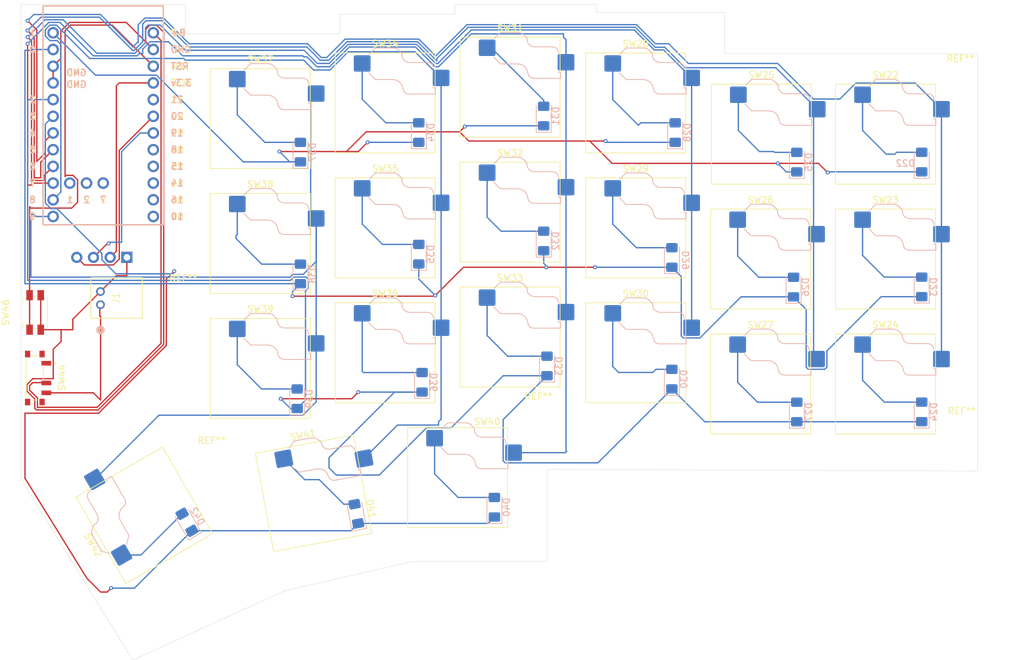
<source format=kicad_pcb>
(kicad_pcb (version 20241229) (generator "pcbnew") (generator_version "9.0")
  (layers (0 "F.Cu" signal) (2 "B.Cu" signal) (13 "F.Paste" user) (15 "B.Paste" user) (5 "F.SilkS" user "F.Silkscreen") (7 "B.SilkS" user "B.Silkscreen") (1 "F.Mask" user) (3 "B.Mask" user) (25 "Edge.Cuts" user))
  (net 0 "")
  (net 1 "R_Row0")
  (net 2 "Net-(D22-A)")
  (net 3 "R_Row1")
  (net 4 "Net-(D23-A)")
  (net 5 "R_Row2")
  (net 6 "Net-(D24-A)")
  (net 7 "Net-(D25-A)")
  (net 8 "Net-(D26-A)")
  (net 9 "Net-(D27-A)")
  (net 10 "Net-(D28-A)")
  (net 11 "Net-(D29-A)")
  (net 12 "Net-(D30-A)")
  (net 13 "Net-(D31-A)")
  (net 14 "Net-(D32-A)")
  (net 15 "Net-(D33-A)")
  (net 16 "Net-(D34-A)")
  (net 17 "Net-(D35-A)")
  (net 18 "Net-(D36-A)")
  (net 19 "Net-(D37-A)")
  (net 20 "Net-(D38-A)")
  (net 21 "Net-(D39-A)")
  (net 22 "Net-(D40-A)")
  (net 23 "Net-(D41-A)")
  (net 24 "Net-(D42-A)")
  (net 25 "R_BATTERY_POSITIVE")
  (net 26 "R_Col0")
  (net 27 "R_Col1")
  (net 28 "R_Col 2")
  (net 29 "R_Col3")
  (net 30 "R_Col4")
  (net 31 "R_Col5")
  (net 32 "R_GND")
  (net 33 "Net-(U2-RST)")
  (net 34 "R_POWER_3.3V")
  (net 37 "Net-(SW44-B)")
  (net 38 "R_SDA")
  (net 39 "R_SCL")
  (net 48 "R_Row3")
  (footprint "ScottoKeebs_Hotswap:Hotswap_Choc_V1_1.00u" (layer "F.Cu") (at 309.311362 70.362997)
    (property "Reference" "SW25")
    (property "Value" "SW_Push")
  )
  (footprint "ScottoKeebs_Hotswap:Hotswap_Choc_V1_1.00u" (layer "F.Cu") (at 215.455682 128.336861 120)
    (property "Reference" "SW42")
    (property "Value" "SW_Push")
  )
  (footprint "ScottoKeebs_Hotswap:Hotswap_Choc_V1_1.00u" (layer "F.Cu") (at 271.1 101.219003)
    (property "Reference" "SW33")
    (property "Value" "SW_Push")
  )
  (footprint "ScottoKeebs_Hotswap:Hotswap_Choc_V1_1.00u" (layer "F.Cu") (at 271.1 63.219003)
    (property "Reference" "SW31")
    (property "Value" "SW_Push")
  )
  (footprint "ScottoKeebs_Hotswap:Hotswap_Choc_V1_1.00u" (layer "F.Cu") (at 233.1 105.981)
    (property "Reference" "SW39")
    (property "Value" "SW_Push")
  )
  (footprint "ScottoKeebs_Hotswap:Hotswap_Choc_V1_1.00u" (layer "F.Cu") (at 290.205681 65.6)
    (property "Reference" "SW28")
    (property "Value" "SW_Push")
  )
  (footprint "MountingHole:MountingHole_2.2mm_M2" (layer "F.Cu") (at 221.4 95.4)
    (property "Reference" "REF**")
    (property "Value" "MountingHole_2.2mm_M2")
  )
  (footprint "MountingHole:MountingHole_2.2mm_M2" (layer "F.Cu") (at 225.705681 120.1)
    (property "Reference" "REF**")
    (property "Value" "MountingHole_2.2mm_M2")
  )
  (footprint "JST:CONN_S2B-PH-K-S_JST" (layer "F.Cu") (at 208.788281 96.2951 90)
    (property "Reference" "J1")
    (property "Value" "S2B-PH-K-SLFSN")
  )
  (footprint "ScottoKeebs_Hotswap:Hotswap_Choc_V1_1.00u" (layer "F.Cu") (at 328.205681 89.362997)
    (property "Reference" "SW23")
    (property "Value" "SW_Push")
  )
  (footprint "ScottoKeebs_Hotswap:Hotswap_Choc_V1_1.00u" (layer "F.Cu") (at 252.1 103.6)
    (property "Reference" "SW36")
    (property "Value" "SW_Push")
  )
  (footprint "ScottoKeebs_MCU:Nice_Nano_V2" (layer "F.Cu") (at 209.205681 68.63)
    (property "Reference" "U2" (hide yes))
    (property "Value" "Nice_Nano_V2" (hide yes))
  )
  (footprint "ScottoKeebs_Hotswap:Hotswap_Choc_V1_1.00u" (layer "F.Cu") (at 252.1 65.6)
    (property "Reference" "SW34")
    (property "Value" "SW_Push")
  )
  (footprint "MountingHole:MountingHole_2.2mm_M2" (layer "F.Cu") (at 339.8 115.613)
    (property "Reference" "REF**")
    (property "Value" "MountingHole_2.2mm_M2")
  )
  (footprint "ScottoKeebs_Hotswap:Hotswap_Choc_V1_1.00u" (layer "F.Cu") (at 252.1 84.6)
    (property "Reference" "SW35")
    (property "Value" "SW_Push")
  )
  (footprint "ScottoKeebs_Hotswap:Hotswap_Choc_V1_1.00u" (layer "F.Cu") (at 328.205681 108.363)
    (property "Reference" "SW24")
    (property "Value" "SW_Push")
  )
  (footprint "ScottoKeebs_Components:OLED_128x32" (layer "F.Cu") (at 203.005681 90.7 90)
    (property "Reference" "J4" (hide yes))
    (property "Value" "OLED_128x32")
  )
  (footprint "MountingHole:MountingHole_2.2mm_M2" (layer "F.Cu") (at 339.6 62)
    (property "Reference" "REF**")
    (property "Value" "MountingHole_2.2mm_M2")
  )
  (footprint "ScottoKeebs_Hotswap:Hotswap_Choc_V1_1.00u" (layer "F.Cu") (at 290.205681 103.6)
    (property "Reference" "SW30")
    (property "Value" "SW_Push")
  )
  (footprint "ScottoKeebs_Hotswap:Hotswap_Choc_V1_1.00u" (layer "F.Cu") (at 271.1 82.219003)
    (property "Reference" "SW32")
    (property "Value" "SW_Push")
  )
  (footprint "ScottoKeebs_Hotswap:Hotswap_Choc_V1_1.00u" (layer "F.Cu") (at 309.205681 89.362997)
    (property "Reference" "SW26")
    (property "Value" "SW_Push")
  )
  (footprint "ScottoKeebs_Hotswap:Hotswap_Choc_V1_1.00u" (layer "F.Cu") (at 309.205681 108.363)
    (property "Reference" "SW27")
    (property "Value" "SW_Push")
  )
  (footprint "ScottoKeebs_Hotswap:Hotswap_Choc_V1_1.00u" (layer "F.Cu") (at 233.1 86.981)
    (property "Reference" "SW38")
    (property "Value" "SW_Push")
  )
  (footprint "ScottoKeebs_Hotswap:Hotswap_Choc_V1_1.00u" (layer "F.Cu") (at 263.113583 122.6)
    (property "Reference" "SW40")
    (property "Value" "SW_Push")
  )
  (footprint "ScottoKeebs_Hotswap:Hotswap_Choc_V1_1.00u" (layer "F.Cu") (at 290.205681 84.6)
    (property "Reference" "SW29")
    (property "Value" "SW_Push")
  )
  (footprint "MountingHole:MountingHole_2.2mm_M2" (layer "F.Cu") (at 275.4 113.4)
    (property "Reference" "REF**")
    (property "Value" "MountingHole_2.2mm_M2")
  )
  (footprint "ScottoKeebs_Hotswap:Hotswap_Choc_V1_1.00u" (layer "F.Cu") (at 328.205681 70.362997)
    (property "Reference" "SW22")
    (property "Value" "SW_Push")
  )
  (footprint "ScottoKeebs_Hotswap:Hotswap_Choc_V1_1.00u" (layer "F.Cu") (at 233.1 67.981)
    (property "Reference" "SW37")
    (property "Value" "SW_Push")
  )
  (footprint "Button_Switch_SMD:Panasonic_EVQPUJ_EVQPUA" (layer "F.Cu") (at 198.855681 97.475 90)
    (property "Reference" "SW46")
    (property "Value" "SW_Push")
  )
  (footprint "SW_SSSS811101:SW_SSSS811101" (layer "F.Cu") (at 198.805681 107.45 -90)
    (property "Reference" "SW44")
    (property "Value" "SW_SPDT")
  )
  (footprint "ScottoKeebs_Hotswap:Hotswap_Choc_V1_1.00u" (layer "F.Cu") (at 241.205681 124.981 10.5)
    (property "Reference" "SW41")
    (property "Value" "SW_Push")
  )
  (footprint "Diode_SMD:D_1206_3216Metric_Pad1.42x1.75mm_HandSolder" (layer "B.Cu") (at 238.705681 110.6 90)
    (property "Reference" "D39")
    (property "Value" "D")
  )
  (footprint "Diode_SMD:D_1206_3216Metric_Pad1.42x1.75mm_HandSolder" (layer "B.Cu") (at 333.705681 93.5875 90)
    (property "Reference" "D23")
    (property "Value" "D")
  )
  (footprint "Diode_SMD:D_1206_3216Metric_Pad1.42x1.75mm_HandSolder" (layer "B.Cu") (at 276.205681 67.6 90)
    (property "Reference" "D31")
    (property "Value" "D")
  )
  (footprint "Diode_SMD:D_1206_3216Metric_Pad1.42x1.75mm_HandSolder" (layer "B.Cu") (at 239.205681 73.0875 90)
    (property "Reference" "D37")
    (property "Value" "D")
  )
  (footprint "Diode_SMD:D_1206_3216Metric_Pad1.42x1.75mm_HandSolder" (layer "B.Cu") (at 268.705681 127.1 90)
    (property "Reference" "D40")
    (property "Value" "D")
  )
  (footprint "Diode_SMD:D_1206_3216Metric_Pad1.42x1.75mm_HandSolder" (layer "B.Cu") (at 276.705681 105.6125 90)
    (property "Reference" "D33")
    (property "Value" "D")
  )
  (footprint "Diode_SMD:D_1206_3216Metric_Pad1.42x1.75mm_HandSolder" (layer "B.Cu") (at 314.705681 74.6125 90)
    (property "Reference" "D25")
    (property "Value" "D")
  )
  (footprint "Diode_SMD:D_1206_3216Metric_Pad1.42x1.75mm_HandSolder" (layer "B.Cu") (at 276.205681 86.6 90)
    (property "Reference" "D32")
    (property "Value" "D")
  )
  (footprint "Diode_SMD:D_1206_3216Metric_Pad1.42x1.75mm_HandSolder" (layer "B.Cu") (at 247.705681 128.1 100.5)
    (property "Reference" "D41")
    (property "Value" "D")
  )
  (footprint "Diode_SMD:D_1206_3216Metric_Pad1.42x1.75mm_HandSolder" (layer "B.Cu") (at 295.705681 107.6125 90)
    (property "Reference" "D30")
    (property "Value" "D")
  )
  (footprint "Diode_SMD:D_1206_3216Metric_Pad1.42x1.75mm_HandSolder" (layer "B.Cu") (at 239.205681 91.6125 90)
    (property "Reference" "D38")
    (property "Value" "D")
  )
  (footprint "Diode_SMD:D_1206_3216Metric_Pad1.42x1.75mm_HandSolder" (layer "B.Cu") (at 257.705681 108.1 90)
    (property "Reference" "D36")
    (property "Value" "D")
  )
  (footprint "Diode_SMD:D_1206_3216Metric_Pad1.42x1.75mm_HandSolder" (layer "B.Cu") (at 221.949431 129.388213 120)
    (property "Reference" "D42")
    (property "Value" "D")
  )
  (footprint "Diode_SMD:D_1206_3216Metric_Pad1.42x1.75mm_HandSolder" (layer "B.Cu") (at 333.705681 112.6 90)
    (property "Reference" "D24")
    (property "Value" "D")
  )
  (footprint "Diode_SMD:D_1206_3216Metric_Pad1.42x1.75mm_HandSolder" (layer "B.Cu") (at 257.205681 88.6125 90)
    (property "Reference" "D35")
    (property "Value" "D")
  )
  (footprint "Diode_SMD:D_1206_3216Metric_Pad1.42x1.75mm_HandSolder" (layer "B.Cu") (at 314.205681 93.6125 90)
    (property "Reference" "D26")
    (property "Value" "D")
  )
  (footprint "Diode_SMD:D_1206_3216Metric_Pad1.42x1.75mm_HandSolder" (layer "B.Cu") (at 296.205681 70.1125 90)
    (property "Reference" "D28")
    (property "Value" "D")
  )
  (footprint "Diode_SMD:D_1206_3216Metric_Pad1.42x1.75mm_HandSolder" (layer "B.Cu") (at 333.705681 74.6 90)
    (property "Reference" "D22")
    (property "Value" "D")
  )
  (footprint "Diode_SMD:D_1206_3216Metric_Pad1.42x1.75mm_HandSolder" (layer "B.Cu") (at 314.705681 112.6125 90)
    (property "Reference" "D27")
    (property "Value" "D")
  )
  (footprint "Diode_SMD:D_1206_3216Metric_Pad1.42x1.75mm_HandSolder" (layer "B.Cu") (at 295.705681 89.1125 90)
    (property "Reference" "D29")
    (property "Value" "D")
  )
  (footprint "Diode_SMD:D_1206_3216Metric_Pad1.42x1.75mm_HandSolder" (layer "B.Cu") (at 257.205681 70.1125 90)
    (property "Reference" "D34")
    (property "Value" "D")
  )
  (gr_line (start 256.205681 135.35) (end 236.705681 139.85) (stroke (width 0.05)) (layer "Edge.Cuts"))
  (gr_line (start 196.705681 122.85) (end 196.705681 50.6) (stroke (width 0.05)) (layer "Edge.Cuts"))
  (gr_line (start 262.705681 52.1) (end 262.705681 50.6) (stroke (width 0.05)) (layer "Edge.Cuts"))
  (gr_line (start 303.705681 58.1) (end 303.705681 51.85) (stroke (width 0.05)) (layer "Edge.Cuts"))
  (gr_line (start 276.705681 121.35) (end 276.705681 135.35) (stroke (width 0.05)) (layer "Edge.Cuts"))
  (gr_line (start 221.705681 55.1) (end 245.205681 55.1) (stroke (width 0.05)) (layer "Edge.Cuts"))
  (gr_line (start 196.705681 50.6) (end 221.705681 50.6) (stroke (width 0.05)) (layer "Edge.Cuts"))
  (gr_line (start 245.205681 52.1) (end 262.705681 52.1) (stroke (width 0.05)) (layer "Edge.Cuts"))
  (gr_line (start 284.205681 51.85) (end 284.205681 50.6) (stroke (width 0.05)) (layer "Edge.Cuts"))
  (gr_line (start 245.205681 55.1) (end 245.205681 52.1) (stroke (width 0.05)) (layer "Edge.Cuts"))
  (gr_line (start 342.205681 121.6) (end 276.705681 121.35) (stroke (width 0.05)) (layer "Edge.Cuts"))
  (gr_line (start 342.205681 121.6) (end 342.205681 58.1) (stroke (width 0.05)) (layer "Edge.Cuts"))
  (gr_line (start 213.705681 150.35) (end 196.705681 122.85) (stroke (width 0.05)) (layer "Edge.Cuts"))
  (gr_line (start 276.705681 135.35) (end 256.205681 135.35) (stroke (width 0.05)) (layer "Edge.Cuts"))
  (gr_line (start 221.705681 50.6) (end 221.705681 55.1) (stroke (width 0.05)) (layer "Edge.Cuts"))
  (gr_line (start 303.705681 58.1) (end 342.205681 58.1) (stroke (width 0.05)) (layer "Edge.Cuts"))
  (gr_line (start 262.705681 50.6) (end 284.205681 50.6) (stroke (width 0.05)) (layer "Edge.Cuts"))
  (gr_line (start 284.205681 51.85) (end 303.705681 51.85) (stroke (width 0.05)) (layer "Edge.Cuts"))
  (gr_line (start 236.705681 139.85) (end 213.705681 150.35) (stroke (width 0.05)) (layer "Edge.Cuts"))
  (segment (start 248.005681 73) (end 246.205681 73) (width 0.2) (layer "F.Cu") (net 1))
  (segment (start 283.205681 71.4) (end 264.805681 71.4) (width 0.2) (layer "F.Cu") (net 1))
  (segment (start 318.005681 74.8) (end 311.805681 74.8) (width 0.2) (layer "F.Cu") (net 1))
  (segment (start 319.405681 76.2) (end 318.005681 74.8) (width 0.2) (layer "F.Cu") (net 1))
  (segment (start 286.605681 74.8) (end 283.205681 71.4) (width 0.2) (layer "F.Cu") (net 1))
  (segment (start 264.805681 71.4) (end 263.405681 70) (width 0.2) (layer "F.Cu") (net 1))
  (segment (start 263.405681 70) (end 249.205681 70) (width 0.2) (layer "F.Cu") (net 1))
  (segment (start 264.205681 69.2) (end 263.405681 70) (width 0.2) (layer "F.Cu") (net 1))
  (segment (start 246.205681 73) (end 236.005681 73) (width 0.2) (layer "F.Cu") (net 1))
  (segment (start 249.405681 71.6) (end 248.005681 73) (width 0.2) (layer "F.Cu") (net 1))
  (segment (start 285.605681 71.4) (end 283.205681 71.4) (width 0.2) (layer "F.Cu") (net 1))
  (segment (start 311.805681 74.8) (end 286.605681 74.8) (width 0.2) (layer "F.Cu") (net 1))
  (segment (start 249.205681 70) (end 246.205681 73) (width 0.2) (layer "F.Cu") (net 1))
  (via (at 236.005681 73) (size 0.6) (drill 0.3) (layers "F.Cu" "B.Cu") (net 1))
  (via (at 311.805681 74.8) (size 0.6) (drill 0.3) (layers "F.Cu" "B.Cu") (net 1))
  (via (at 285.605681 71.4) (size 0.6) (drill 0.3) (layers "F.Cu" "B.Cu") (net 1))
  (via (at 249.405681 71.6) (size 0.6) (drill 0.3) (layers "F.Cu" "B.Cu") (net 1))
  (via (at 264.205681 69.2) (size 0.6) (drill 0.3) (layers "F.Cu" "B.Cu") (net 1))
  (via (at 319.405681 76.2) (size 0.6) (drill 0.3) (layers "F.Cu" "B.Cu") (net 1))
  (segment (start 296.205681 71.6) (end 285.805681 71.6) (width 0.2) (layer "B.Cu") (net 1))
  (segment (start 264.318181 69.0875) (end 264.205681 69.2) (width 0.2) (layer "B.Cu") (net 1))
  (segment (start 237.580681 74.575) (end 239.205681 74.575) (width 0.2) (layer "B.Cu") (net 1))
  (segment (start 239.205681 74.575) (end 230.505635 74.575) (width 0.2) (layer "B.Cu") (net 1))
  (segment (start 236.005681 73) (end 237.580681 74.575) (width 0.2) (layer "B.Cu") (net 1))
  (segment (start 319.518181 76.0875) (end 319.405681 76.2) (width 0.2) (layer "B.Cu") (net 1))
  (segment (start 285.805681 71.6) (end 285.605681 71.4) (width 0.2) (layer "B.Cu") (net 1))
  (segment (start 257.205681 71.6) (end 249.405681 71.6) (width 0.2) (layer "B.Cu") (net 1))
  (segment (start 276.205681 69.0875) (end 264.318181 69.0875) (width 0.2) (layer "B.Cu") (net 1))
  (segment (start 311.805681 74.8) (end 313.105681 76.1) (width 0.2) (layer "B.Cu") (net 1))
  (segment (start 313.105681 76.1) (end 314.705681 76.1) (width 0.2) (layer "B.Cu") (net 1))
  (segment (start 208.028381 61.3827) (end 201.585681 54.94) (width 0.2) (layer "B.Cu") (net 1))
  (segment (start 230.505635 74.575) (end 217.313335 61.3827) (width 0.2) (layer "B.Cu") (net 1))
  (segment (start 333.705681 76.0875) (end 319.518181 76.0875) (width 0.2) (layer "B.Cu") (net 1))
  (segment (start 217.313335 61.3827) (end 208.028381 61.3827) (width 0.2) (layer "B.Cu") (net 1))
  (segment (start 324.705681 64.362997) (end 324.705681 69.798904) (width 0.2) (layer "B.Cu") (net 2))
  (segment (start 329.893181 73.1125) (end 333.705681 73.1125) (width 0.2) (layer "B.Cu") (net 2))
  (segment (start 328.306777 73.4) (end 329.605681 73.4) (width 0.2) (layer "B.Cu") (net 2))
  (segment (start 324.705681 69.798904) (end 328.306777 73.4) (width 0.2) (layer "B.Cu") (net 2))
  (segment (start 329.605681 73.4) (end 329.893181 73.1125) (width 0.2) (layer "B.Cu") (net 2))
  (segment (start 264.005681 90.6) (end 261.805681 92.8) (width 0.2) (layer "F.Cu") (net 3))
  (segment (start 259.605681 95) (end 238.005681 95) (width 0.2) (layer "F.Cu") (net 3))
  (segment (start 261.805681 92.8) (end 259.705681 94.9) (width 0.2) (layer "F.Cu") (net 3))
  (segment (start 259.705681 94.9) (end 259.605681 95) (width 0.2) (layer "F.Cu") (net 3))
  (segment (start 284.005681 90.6) (end 276.605681 90.6) (width 0.2) (layer "F.Cu") (net 3))
  (segment (start 276.605681 90.6) (end 264.005681 90.6) (width 0.2) (layer "F.Cu") (net 3))
  (via (at 284.005681 90.6) (size 0.6) (drill 0.3) (layers "F.Cu" "B.Cu") (net 3))
  (via (at 259.705681 94.9) (size 0.6) (drill 0.3) (layers "F.Cu" "B.Cu") (net 3))
  (via (at 238.005681 95) (size 0.6) (drill 0.3) (layers "F.Cu" "B.Cu") (net 3))
  (via (at 276.605681 90.6) (size 0.6) (drill 0.3) (layers "F.Cu" "B.Cu") (net 3))
  (segment (start 319.281681 105.79816) (end 318.965841 106.114) (width 0.2) (layer "B.Cu") (net 3))
  (segment (start 198.205681 57.6) (end 198.325681 57.48) (width 0.2) (layer "B.Cu") (net 3))
  (segment (start 299.965841 101.351) (end 297.445521 101.351) (width 0.2) (layer "B.Cu") (net 3))
  (segment (start 314.205681 95.1) (end 306.216841 95.1) (width 0.2) (layer "B.Cu") (net 3))
  (segment (start 259.705681 94.9) (end 257.205681 92.4) (width 0.2) (layer "B.Cu") (net 3))
  (segment (start 239.205681 93.1) (end 197.306681 93.1) (width 0.2) (layer "B.Cu") (net 3))
  (segment (start 316.129681 97.024) (end 314.205681 95.1) (width 0.2) (layer "B.Cu") (net 3))
  (segment (start 319.281681 103.32784) (end 319.281681 105.79816) (width 0.2) (layer "B.Cu") (net 3))
  (segment (start 327.534521 95.075) (end 319.281681 103.32784) (width 0.2) (layer "B.Cu") (net 3))
  (segment (start 238.005681 95) (end 238.005681 94.3) (width 0.2) (layer "B.Cu") (net 3))
  (segment (start 276.205681 90) (end 276.205681 88.0875) (width 0.2) (layer "B.Cu") (net 3))
  (segment (start 197.306681 57.6) (end 198.205681 57.6) (width 0.2) (layer "B.Cu") (net 3))
  (segment (start 276.605681 90.4) (end 276.205681 90) (width 0.2) (layer "B.Cu") (net 3))
  (segment (start 297.129681 101.03516) (end 297.129681 92.024) (width 0.2) (layer "B.Cu") (net 3))
  (segment (start 276.605681 90.6) (end 276.605681 90.4) (width 0.2) (layer "B.Cu") (net 3))
  (segment (start 306.216841 95.1) (end 299.965841 101.351) (width 0.2) (layer "B.Cu") (net 3))
  (segment (start 318.965841 106.114) (end 316.445521 106.114) (width 0.2) (layer "B.Cu") (net 3))
  (segment (start 197.306681 93.1) (end 197.306681 57.6) (width 0.2) (layer "B.Cu") (net 3))
  (segment (start 295.705681 90.6) (end 284.005681 90.6) (width 0.2) (layer "B.Cu") (net 3))
  (segment (start 316.445521 106.114) (end 316.129681 105.79816) (width 0.2) (layer "B.Cu") (net 3))
  (segment (start 257.205681 92.4) (end 257.205681 90.1) (width 0.2) (layer "B.Cu") (net 3))
  (segment (start 198.325681 57.48) (end 201.585681 57.48) (width 0.2) (layer "B.Cu") (net 3))
  (segment (start 297.129681 92.024) (end 295.705681 90.6) (width 0.2) (layer "B.Cu") (net 3))
  (segment (start 238.005681 94.3) (end 239.205681 93.1) (width 0.2) (layer "B.Cu") (net 3))
  (segment (start 316.129681 105.79816) (end 316.129681 97.024) (width 0.2) (layer "B.Cu") (net 3))
  (segment (start 333.705681 95.075) (end 327.534521 95.075) (width 0.2) (layer "B.Cu") (net 3))
  (segment (start 297.445521 101.351) (end 297.129681 101.03516) (width 0.2) (layer "B.Cu") (net 3))
  (segment (start 324.705681 88.798904) (end 328.006777 92.1) (width 0.2) (layer "B.Cu") (net 4))
  (segment (start 328.006777 92.1) (end 333.705681 92.1) (width 0.2) (layer "B.Cu") (net 4))
  (segment (start 324.705681 83.362997) (end 324.705681 88.798904) (width 0.2) (layer "B.Cu") (net 4))
  (segment (start 247.005681 110.6) (end 236.205681 110.6) (width 0.2) (layer "F.Cu") (net 5))
  (segment (start 248.005681 109.6) (end 247.005681 110.6) (width 0.2) (layer "F.Cu") (net 5))
  (via (at 248.005681 109.6) (size 0.6) (drill 0.3) (layers "F.Cu" "B.Cu") (net 5))
  (via (at 236.205681 110.6) (size 0.6) (drill 0.3) (layers "F.Cu" "B.Cu") (net 5))
  (segment (start 240.381681 93.79766) (end 240.381681 92.40234) (width 0.2) (layer "B.Cu") (net 5))
  (segment (start 270.060518 107.1) (end 276.705681 107.1) (width 0.2) (layer "B.Cu") (net 5))
  (segment (start 239.976 110.817181) (end 239.976 94.203341) (width 0.2) (layer "B.Cu") (net 5))
  (segment (start 314.705681 114.1) (end 333.693181 114.1) (width 0.2) (layer "B.Cu") (net 5))
  (segment (start 300.705681 114.1) (end 314.705681 114.1) (width 0.2) (layer "B.Cu") (net 5))
  (segment (start 239.976 94.203341) (end 240.381681 93.79766) (width 0.2) (layer "B.Cu") (net 5))
  (segment (start 243.55346 119.556388) (end 243.55346 121.110518) (width 0.2) (layer "B.Cu") (net 5))
  (segment (start 238.705681 112.0875) (end 239.976 110.817181) (width 0.2) (layer "B.Cu") (net 5))
  (segment (start 270.353423 120.351) (end 284.454681 120.351) (width 0.2) (layer "B.Cu") (net 5))
  (segment (start 333.693181 114.1) (end 333.705681 114.0875) (width 0.2) (layer "B.Cu") (net 5))
  (segment (start 240.065841 92.0865) (end 238.219181 92.0865) (width 0.2) (layer "B.Cu") (net 5))
  (segment (start 240.381681 92.40234) (end 240.065841 92.0865) (width 0.2) (layer "B.Cu") (net 5))
  (segment (start 251.19297 122.209453) (end 258.401423 115.001) (width 0.2) (layer "B.Cu") (net 5))
  (segment (start 197.707681 65.1) (end 201.585681 65.1) (width 0.2) (layer "B.Cu") (net 5))
  (segment (start 270.037583 120.03516) (end 270.353423 120.351) (width 0.2) (layer "B.Cu") (net 5))
  (segment (start 270.037583 113.768098) (end 270.037583 120.03516) (width 0.2) (layer "B.Cu") (net 5))
  (segment (start 236.205681 110.6) (end 237.693181 112.0875) (width 0.2) (layer "B.Cu") (net 5))
  (segment (start 256.605681 109.5875) (end 253.522348 109.5875) (width 0.2) (layer "B.Cu") (net 5))
  (segment (start 238.219181 92.0865) (end 237.705681 92.6) (width 0.2) (layer "B.Cu") (net 5))
  (segment (start 258.401423 115.001) (end 262.159518 115.001) (width 0.2) (layer "B.Cu") (net 5))
  (segment (start 243.55346 121.110518) (end 244.652395 122.209453) (width 0.2) (layer "B.Cu") (net 5))
  (segment (start 257.705681 109.5875) (end 256.605681 109.5875) (width 0.2) (layer "B.Cu") (net 5))
  (segment (start 262.159518 115.001) (end 270.060518 107.1) (width 0.2) (layer "B.Cu") (net 5))
  (segment (start 197.707681 92.6) (end 197.707681 65.1) (width 0.2) (layer "B.Cu") (net 5))
  (segment (start 284.454681 120.351) (end 295.705681 109.1) (width 0.2) (layer "B.Cu") (net 5))
  (segment (start 244.652395 122.209453) (end 251.19297 122.209453) (width 0.2) (layer "B.Cu") (net 5))
  (segment (start 237.705681 92.6) (end 197.707681 92.6) (width 0.2) (layer "B.Cu") (net 5))
  (segment (start 237.693181 112.0875) (end 238.705681 112.0875) (width 0.2) (layer "B.Cu") (net 5))
  (segment (start 295.705681 109.1) (end 300.705681 114.1) (width 0.2) (layer "B.Cu") (net 5))
  (segment (start 276.705681 107.1) (end 270.037583 113.768098) (width 0.2) (layer "B.Cu") (net 5))
  (segment (start 253.522348 109.5875) (end 243.55346 119.556388) (width 0.2) (layer "B.Cu") (net 5))
  (segment (start 256.605681 109.5875) (end 248.018181 109.5875) (width 0.2) (layer "B.Cu") (net 5))
  (segment (start 328.019274 111.1125) (end 333.705681 111.1125) (width 0.2) (layer "B.Cu") (net 6))
  (segment (start 324.705681 107.798907) (end 328.019274 111.1125) (width 0.2) (layer "B.Cu") (net 6))
  (segment (start 324.705681 102.363) (end 324.705681 107.798907) (width 0.2) (layer "B.Cu") (net 6))
  (segment (start 305.811362 64.362997) (end 305.811362 69.798904) (width 0.2) (layer "B.Cu") (net 7))
  (segment (start 311.330681 73.125) (end 314.705681 73.125) (width 0.2) (layer "B.Cu") (net 7))
  (segment (start 309.012458 73) (end 311.205681 73) (width 0.2) (layer "B.Cu") (net 7))
  (segment (start 311.205681 73) (end 311.330681 73.125) (width 0.2) (layer "B.Cu") (net 7))
  (segment (start 305.811362 69.798904) (end 309.012458 73) (width 0.2) (layer "B.Cu") (net 7))
  (segment (start 305.705681 88.9) (end 308.930681 92.125) (width 0.2) (layer "B.Cu") (net 8))
  (segment (start 308.930681 92.125) (end 314.205681 92.125) (width 0.2) (layer "B.Cu") (net 8))
  (segment (start 305.705681 83.362997) (end 305.705681 88.9) (width 0.2) (layer "B.Cu") (net 8))
  (segment (start 305.705681 108.1) (end 308.730681 111.125) (width 0.2) (layer "B.Cu") (net 9))
  (segment (start 308.730681 111.125) (end 314.705681 111.125) (width 0.2) (layer "B.Cu") (net 9))
  (segment (start 305.705681 102.363) (end 305.705681 108.1) (width 0.2) (layer "B.Cu") (net 9))
  (segment (start 286.705681 59.6) (end 286.705681 65.1) (width 0.2) (layer "B.Cu") (net 10))
  (segment (start 290.605681 69) (end 290.980681 68.625) (width 0.2) (layer "B.Cu") (net 10))
  (segment (start 290.980681 68.625) (end 296.205681 68.625) (width 0.2) (layer "B.Cu") (net 10))
  (segment (start 286.705681 65.1) (end 290.605681 69) (width 0.2) (layer "B.Cu") (net 10))
  (segment (start 290.294774 87.625) (end 295.705681 87.625) (width 0.2) (layer "B.Cu") (net 11))
  (segment (start 286.705681 78.6) (end 286.705681 84.035907) (width 0.2) (layer "B.Cu") (net 11))
  (segment (start 286.705681 84.035907) (end 290.294774 87.625) (width 0.2) (layer "B.Cu") (net 11))
  (segment (start 293.280681 106.125) (end 295.705681 106.125) (width 0.2) (layer "B.Cu") (net 12))
  (segment (start 292.805681 106.6) (end 293.280681 106.125) (width 0.2) (layer "B.Cu") (net 12))
  (segment (start 286.705681 105.7) (end 287.605681 106.6) (width 0.2) (layer "B.Cu") (net 12))
  (segment (start 287.605681 106.6) (end 292.805681 106.6) (width 0.2) (layer "B.Cu") (net 12))
  (segment (start 286.705681 97.6) (end 286.705681 105.7) (width 0.2) (layer "B.Cu") (net 12))
  (segment (start 267.6 57.219003) (end 268.224684 57.219003) (width 0.2) (layer "B.Cu") (net 13))
  (segment (start 276.205681 65.2) (end 276.205681 66.1125) (width 0.2) (layer "B.Cu") (net 13))
  (segment (start 268.224684 57.219003) (end 276.205681 65.2) (width 0.2) (layer "B.Cu") (net 13))
  (segment (start 267.6 76.219003) (end 267.6 82.994319) (width 0.2) (layer "B.Cu") (net 14))
  (segment (start 269.718181 85.1125) (end 276.205681 85.1125) (width 0.2) (layer "B.Cu") (net 14))
  (segment (start 267.6 82.994319) (end 269.718181 85.1125) (width 0.2) (layer "B.Cu") (net 14))
  (segment (start 267.6 95.219003) (end 267.6 100.994319) (width 0.2) (layer "B.Cu") (net 15))
  (segment (start 270.730681 104.125) (end 276.705681 104.125) (width 0.2) (layer "B.Cu") (net 15))
  (segment (start 267.6 100.994319) (end 270.730681 104.125) (width 0.2) (layer "B.Cu") (net 15))
  (segment (start 257.205681 68.625) (end 252.189093 68.625) (width 0.2) (layer "B.Cu") (net 16))
  (segment (start 252.189093 68.625) (end 248.6 65.035907) (width 0.2) (layer "B.Cu") (net 16))
  (segment (start 248.6 65.035907) (end 248.6 59.6) (width 0.2) (layer "B.Cu") (net 16))
  (segment (start 251.689093 87.125) (end 257.205681 87.125) (width 0.2) (layer "B.Cu") (net 17))
  (segment (start 248.6 78.6) (end 248.6 84.035907) (width 0.2) (layer "B.Cu") (net 17))
  (segment (start 248.6 84.035907) (end 251.689093 87.125) (width 0.2) (layer "B.Cu") (net 17))
  (segment (start 248.781819 106.6125) (end 257.705681 106.6125) (width 0.2) (layer "B.Cu") (net 18))
  (segment (start 248.6 106.430681) (end 248.781819 106.6125) (width 0.2) (layer "B.Cu") (net 18))
  (segment (start 248.6 97.6) (end 248.6 106.430681) (width 0.2) (layer "B.Cu") (net 18))
  (segment (start 233.783093 71.6) (end 229.6 67.416907) (width 0.2) (layer "B.Cu") (net 19))
  (segment (start 229.6 67.416907) (end 229.6 61.981) (width 0.2) (layer "B.Cu") (net 19))
  (segment (start 239.205681 71.6) (end 233.783093 71.6) (width 0.2) (layer "B.Cu") (net 19))
  (segment (start 239.205681 90.125) (end 233.308093 90.125) (width 0.2) (layer "B.Cu") (net 20))
  (segment (start 229.405681 86.222588) (end 229.405681 85.8) (width 0.2) (layer "B.Cu") (net 20))
  (segment (start 229.6 85.605681) (end 229.6 80.981) (width 0.2) (layer "B.Cu") (net 20))
  (segment (start 233.308093 90.125) (end 229.405681 86.222588) (width 0.2) (layer "B.Cu") (net 20))
  (segment (start 229.405681 85.8) (end 229.6 85.605681) (width 0.2) (layer "B.Cu") (net 20))
  (segment (start 229.6 105.416907) (end 229.6 99.981) (width 0.2) (layer "B.Cu") (net 21))
  (segment (start 238.705681 109.1125) (end 233.295593 109.1125) (width 0.2) (layer "B.Cu") (net 21))
  (segment (start 233.295593 109.1125) (end 229.6 105.416907) (width 0.2) (layer "B.Cu") (net 21))
  (segment (start 263.190176 125.6125) (end 259.613583 122.035907) (width 0.2) (layer "B.Cu") (net 22))
  (segment (start 268.705681 125.6125) (end 263.190176 125.6125) (width 0.2) (layer "B.Cu") (net 22))
  (segment (start 259.613583 122.035907) (end 259.613583 116.6) (width 0.2) (layer "B.Cu") (net 22))
  (segment (start 245.797996 126.637408) (end 247.434606 126.637408) (width 0.2) (layer "B.Cu") (net 23))
  (segment (start 236.670875 119.719294) (end 239.856581 122.905) (width 0.2) (layer "B.Cu") (net 23))
  (segment (start 239.856581 122.905) (end 242.065588 122.905) (width 0.2) (layer "B.Cu") (net 23))
  (segment (start 242.065588 122.905) (end 245.797996 126.637408) (width 0.2) (layer "B.Cu") (net 23))
  (segment (start 214.937732 134.367949) (end 212.00953 134.367949) (width 0.2) (layer "B.Cu") (net 24))
  (segment (start 221.205681 128.1) (end 214.937732 134.367949) (width 0.2) (layer "B.Cu") (net 24))
  (segment (start 208.688281 96.562199) (end 208.871831 96.378649) (width 0.2) (layer "F.Cu") (net 25))
  (segment (start 208.688281 97.9951) (end 208.805681 98.1125) (width 0.2) (layer "F.Cu") (net 25))
  (segment (start 208.805681 110.8) (end 207.705681 109.7) (width 0.2) (layer "F.Cu") (net 25))
  (segment (start 207.705681 109.7) (end 200.555681 109.7) (width 0.2) (layer "F.Cu") (net 25))
  (segment (start 208.688281 97.9951) (end 208.688281 96.562199) (width 0.2) (layer "F.Cu") (net 25))
  (segment (start 208.805681 98.1125) (end 208.805681 110.8) (width 0.2) (layer "F.Cu") (net 25))
  (segment (start 200.405681 71.36) (end 201.585681 70.18) (width 0.2) (layer "F.Cu") (net 26))
  (segment (start 199.108681 54.503) (end 199.108681 74.497) (width 0.2) (layer "F.Cu") (net 26))
  (segment (start 199.108681 74.497) (end 200.405681 73.2) (width 0.2) (layer "F.Cu") (net 26))
  (segment (start 200.405681 73.2) (end 200.405681 71.36) (width 0.2) (layer "F.Cu") (net 26))
  (segment (start 197.705681 53.1) (end 199.108681 54.503) (width 0.2) (layer "F.Cu") (net 26))
  (via (at 197.705681 53.1) (size 0.6) (drill 0.3) (layers "F.Cu" "B.Cu") (net 26))
  (segment (start 323.670521 62.586997) (end 321.245521 65.011997) (width 0.2) (layer "B.Cu") (net 26))
  (segment (start 290.304681 53.699) (end 264.539581 53.699) (width 0.2) (layer "B.Cu") (net 26))
  (segment (start 242.371781 58.699) (end 240.272781 56.6) (width 0.2) (layer "B.Cu") (net 26))
  (segment (start 246.007681 55.897) (end 243.205681 58.699) (width 0.2) (layer "B.Cu") (net 26))
  (segment (start 321.245521 65.011997) (end 317.205681 65.011997) (width 0.2) (layer "B.Cu") (net 26))
  (segment (start 243.205681 58.699) (end 242.371781 58.699) (width 0.2) (layer "B.Cu") (net 26))
  (segment (start 214.522554 56.416873) (end 214.388808 56.416873) (width 0.2) (layer "B.Cu") (net 26))
  (segment (start 214.522554 53.716027) (end 214.522554 56.416873) (width 0.2) (layer "B.Cu") (net 26))
  (segment (start 213.719381 57.0863) (end 208.791781 52.1587) (width 0.2) (layer "B.Cu") (net 26))
  (segment (start 293.205681 56.6) (end 290.304681 53.699) (width 0.2) (layer "B.Cu") (net 26))
  (segment (start 215.539581 52.699) (end 214.522554 53.716027) (width 0.2) (layer "B.Cu") (net 26))
  (segment (start 317.205681 65.011997) (end 311.793684 59.6) (width 0.2) (layer "B.Cu") (net 26))
  (segment (start 336.705681 104.563) (end 336.705681 85.562997) (width 0.2) (layer "B.Cu") (net 26))
  (segment (start 311.793684 59.6) (end 298.205681 59.6) (width 0.2) (layer "B.Cu") (net 26))
  (segment (start 332.729681 62.586997) (end 323.670521 62.586997) (width 0.2) (layer "B.Cu") (net 26))
  (segment (start 295.205681 56.6) (end 293.205681 56.6) (width 0.2) (layer "B.Cu") (net 26))
  (segment (start 257.203981 55.897) (end 246.007681 55.897) (width 0.2) (layer "B.Cu") (net 26))
  (segment (start 240.272781 56.6) (end 222.272781 56.6) (width 0.2) (layer "B.Cu") (net 26))
  (segment (start 298.205681 59.6) (end 295.205681 56.6) (width 0.2) (layer "B.Cu") (net 26))
  (segment (start 214.388808 56.416873) (end 213.719381 57.0863) (width 0.2) (layer "B.Cu") (net 26))
  (segment (start 222.272781 56.6) (end 218.371781 52.699) (width 0.2) (layer "B.Cu") (net 26))
  (segment (start 218.371781 52.699) (end 215.539581 52.699) (width 0.2) (layer "B.Cu") (net 26))
  (segment (start 336.705681 85.562997) (end 336.705681 66.562997) (width 0.2) (layer "B.Cu") (net 26))
  (segment (start 259.772781 58.4658) (end 257.203981 55.897) (width 0.2) (layer "B.Cu") (net 26))
  (segment (start 208.791781 52.1587) (end 198.646981 52.1587) (width 0.2) (layer "B.Cu") (net 26))
  (segment (start 264.539581 53.699) (end 259.772781 58.4658) (width 0.2) (layer "B.Cu") (net 26))
  (segment (start 336.705681 66.562997) (end 332.729681 62.586997) (width 0.2) (layer "B.Cu") (net 26))
  (segment (start 198.646981 52.1587) (end 197.705681 53.1) (width 0.2) (layer "B.Cu") (net 26))
  (segment (start 199.705681 74.6) (end 201.585681 72.72) (width 0.2) (layer "F.Cu") (net 27))
  (segment (start 199.705681 76.998) (end 199.705681 74.6) (width 0.2) (layer "F.Cu") (net 27))
  (segment (start 198.707681 76.998) (end 199.705681 76.998) (width 0.2) (layer "F.Cu") (net 27))
  (segment (start 197.705681 54.6) (end 198.707681 55.602) (width 0.2) (layer "F.Cu") (net 27))
  (segment (start 198.707681 55.602) (end 198.707681 76.998) (width 0.2) (layer "F.Cu") (net 27))
  (via (at 197.705681 54.6) (size 0.6) (drill 0.3) (layers "F.Cu" "B.Cu") (net 27))
  (segment (start 246.306381 56.298) (end 257.037881 56.298) (width 0.2) (layer "B.Cu") (net 27))
  (segment (start 293.180584 57.142003) (end 294.614784 57.142003) (width 0.2) (layer "B.Cu") (net 27))
  (segment (start 294.614784 57.142003) (end 294.889231 57.41645) (width 0.2) (layer "B.Cu") (net 27))
  (segment (start 317.811362 66.562997) (end 311.497365 60.249) (width 0.2) (layer "B.Cu") (net 27))
  (segment (start 317.254681 104.112) (end 317.705681 104.563) (width 0.2) (layer "B.Cu") (net 27))
  (segment (start 215.205681 56.300846) (end 215.205681 53.6) (width 0.2) (layer "B.Cu") (net 27))
  (segment (start 259.955681 59.174206) (end 259.955681 58.85) (width 0.2) (layer "B.Cu") (net 27))
  (segment (start 317.254681 86.013997) (end 317.254681 104.112) (width 0.2) (layer "B.Cu") (net 27))
  (segment (start 243.504381 59.1) (end 246.306381 56.298) (width 0.2) (layer "B.Cu") (net 27))
  (segment (start 242.205681 59.1) (end 243.504381 59.1) (width 0.2) (layer "B.Cu") (net 27))
  (segment (start 199.745981 52.5597) (end 208.625681 52.5597) (width 0.2) (layer "B.Cu") (net 27))
  (segment (start 208.625681 52.5597) (end 213.705681 57.6397) (width 0.2) (layer "B.Cu") (net 27))
  (segment (start 317.254681 67.119678) (end 317.254681 85.111997) (width 0.2) (layer "B.Cu") (net 27))
  (segment (start 222.205681 57.1) (end 240.205681 57.1) (width 0.2) (layer "B.Cu") (net 27))
  (segment (start 215.705681 53.1) (end 218.205681 53.1) (width 0.2) (layer "B.Cu") (net 27))
  (segment (start 311.497365 60.249) (end 297.721781 60.249) (width 0.2) (layer "B.Cu") (net 27))
  (segment (start 197.705681 54.6) (end 199.745981 52.5597) (width 0.2) (layer "B.Cu") (net 27))
  (segment (start 259.934884 59.195003) (end 259.955681 59.174206) (width 0.2) (layer "B.Cu") (net 27))
  (segment (start 213.705681 57.6397) (end 213.866827 57.6397) (width 0.2) (layer "B.Cu") (net 27))
  (segment (start 317.254681 85.111997) (end 317.705681 85.562997) (width 0.2) (layer "B.Cu") (net 27))
  (segment (start 294.889231 57.41645) (end 294.572781 57.1) (width 0.2) (layer "B.Cu") (net 27))
  (segment (start 317.811362 66.562997) (end 317.254681 67.119678) (width 0.2) (layer "B.Cu") (net 27))
  (segment (start 213.866827 57.6397) (end 215.205681 56.300846) (width 0.2) (layer "B.Cu") (net 27))
  (segment (start 240.205681 57.1) (end 242.205681 59.1) (width 0.2) (layer "B.Cu") (net 27))
  (segment (start 257.037881 56.298) (end 259.934884 59.195003) (width 0.2) (layer "B.Cu") (net 27))
  (segment (start 290.138581 54.1) (end 293.180584 57.142003) (width 0.2) (layer "B.Cu") (net 27))
  (segment (start 259.955681 58.85) (end 264.705681 54.1) (width 0.2) (layer "B.Cu") (net 27))
  (segment (start 264.705681 54.1) (end 290.138581 54.1) (width 0.2) (layer "B.Cu") (net 27))
  (segment (start 218.205681 53.1) (end 222.205681 57.1) (width 0.2) (layer "B.Cu") (net 27))
  (segment (start 215.205681 53.6) (end 215.705681 53.1) (width 0.2) (layer "B.Cu") (net 27))
  (segment (start 297.721781 60.249) (end 294.889231 57.41645) (width 0.2) (layer "B.Cu") (net 27))
  (segment (start 317.705681 85.562997) (end 317.254681 86.013997) (width 0.2) (layer "B.Cu") (net 27))
  (segment (start 200.205681 77.399) (end 200.205681 76.64) (width 0.2) (layer "F.Cu") (net 28))
  (segment (start 200.205681 76.64) (end 201.585681 75.26) (width 0.2) (layer "F.Cu") (net 28))
  (segment (start 198.306681 56.201) (end 198.306681 77.4319) (width 0.2) (layer "F.Cu") (net 28))
  (segment (start 197.705681 55.6) (end 198.306681 56.201) (width 0.2) (layer "F.Cu") (net 28))
  (segment (start 198.306681 77.4319) (end 198.339581 77.399) (width 0.2) (layer "F.Cu") (net 28))
  (segment (start 198.339581 77.399) (end 200.205681 77.399) (width 0.2) (layer "F.Cu") (net 28))
  (via (at 197.705681 55.6) (size 0.6) (drill 0.3) (layers "F.Cu" "B.Cu") (net 28))
  (segment (start 200.344981 52.9607) (end 203.125681 52.9607) (width 0.2) (layer "B.Cu") (net 28))
  (segment (start 214.032927 58.0407) (end 215.648381 56.425246) (width 0.2) (layer "B.Cu") (net 28))
  (segment (start 241.772781 59.6) (end 243.571481 59.6) (width 0.2) (layer "B.Cu") (net 28))
  (segment (start 216.042981 53.7627) (end 217.868381 53.7627) (width 0.2) (layer "B.Cu") (net 28))
  (segment (start 243.571481 59.6) (end 246.472481 56.699) (width 0.2) (layer "B.Cu") (net 28))
  (segment (start 203.125681 52.9607) (end 208.205681 58.0407) (width 0.2) (layer "B.Cu") (net 28))
  (segment (start 289.972481 54.501) (end 293.014484 57.543003) (width 0.2) (layer "B.Cu") (net 28))
  (segment (start 215.648381 54.1573) (end 216.042981 53.7627) (width 0.2) (layer "B.Cu") (net 28))
  (segment (start 246.472481 56.699) (end 256.871781 56.699) (width 0.2) (layer "B.Cu") (net 28))
  (segment (start 260.106681 59.6) (end 265.205681 54.501) (width 0.2) (layer "B.Cu") (net 28))
  (segment (start 293.014484 57.543003) (end 294.448684 57.543003) (width 0.2) (layer "B.Cu") (net 28))
  (segment (start 221.705681 57.6) (end 239.772781 57.6) (width 0.2) (layer "B.Cu") (net 28))
  (segment (start 197.705681 55.6) (end 200.344981 52.9607) (width 0.2) (layer "B.Cu") (net 28))
  (segment (start 239.772781 57.6) (end 241.772781 59.6) (width 0.2) (layer "B.Cu") (net 28))
  (segment (start 208.205681 58.0407) (end 214.032927 58.0407) (width 0.2) (layer "B.Cu") (net 28))
  (segment (start 259.772781 59.6) (end 260.106681 59.6) (width 0.2) (layer "B.Cu") (net 28))
  (segment (start 298.705681 99.8) (end 298.705681 80.8) (width 0.2) (layer "B.Cu") (net 28))
  (segment (start 298.705681 61.8) (end 298.705681 80.8) (width 0.2) (layer "B.Cu") (net 28))
  (segment (start 265.205681 54.501) (end 289.972481 54.501) (width 0.2) (layer "B.Cu") (net 28))
  (segment (start 217.868381 53.7627) (end 221.705681 57.6) (width 0.2) (layer "B.Cu") (net 28))
  (segment (start 294.448684 57.543003) (end 298.705681 61.8) (width 0.2) (layer "B.Cu") (net 28))
  (segment (start 256.871781 56.699) (end 259.772781 59.6) (width 0.2) (layer "B.Cu") (net 28))
  (segment (start 215.648381 56.425246) (end 215.648381 54.1573) (width 0.2) (layer "B.Cu") (net 28))
  (segment (start 198.205681 78.1) (end 198.505681 77.8) (width 0.2) (layer "F.Cu") (net 29))
  (segment (start 198.505681 77.8) (end 201.585681 77.8) (width 0.2) (layer "F.Cu") (net 29))
  (segment (start 197.705681 56.6) (end 197.705681 78.1) (width 0.2) (layer "F.Cu") (net 29))
  (segment (start 197.705681 78.1) (end 198.205681 78.1) (width 0.2) (layer "F.Cu") (net 29))
  (via (at 197.705681 56.6) (size 0.6) (drill 0.3) (layers "F.Cu" "B.Cu") (net 29))
  (segment (start 279.6 78.419003) (end 279.6 97.419003) (width 0.2) (layer "B.Cu") (net 29))
  (segment (start 239.547381 58.4417) (end 239.705681 58.6) (width 0.2) (layer "B.Cu") (net 29))
  (segment (start 215.205681 57.435046) (end 216.338027 56.3027) (width 0.2) (layer "B.Cu") (net 29))
  (segment (start 214.363981 58.4417) (end 214.705681 58.1) (width 0.2) (layer "B.Cu") (net 29))
  (segment (start 260.205681 60.1) (end 265.205681 55.1) (width 0.2) (layer "B.Cu") (net 29))
  (segment (start 243.638581 60.1) (end 246.638581 57.1) (width 0.2) (layer "B.Cu") (net 29))
  (segment (start 265.205681 55.1) (end 279.205681 55.1) (width 0.2) (layer "B.Cu") (net 29))
  (segment (start 271.613583 118.8) (end 279.505681 118.8) (width 0.2) (layer "B.Cu") (net 29))
  (segment (start 241.705681 60.1) (end 243.638581 60.1) (width 0.2) (layer "B.Cu") (net 29))
  (segment (start 246.638581 57.1) (end 256.705681 57.1) (width 0.2) (layer "B.Cu") (net 29))
  (segment (start 279.205681 55.6) (end 279.6 55.994319) (width 0.2) (layer "B.Cu") (net 29))
  (segment (start 207.705681 58.4417) (end 214.363981 58.4417) (width 0.2) (layer "B.Cu") (net 29))
  (segment (start 279.6 59.419003) (end 279.6 78.419003) (width 0.2) (layer "B.Cu") (net 29))
  (segment (start 279.6 118.494319) (end 279.6 97.419003) (width 0.2) (layer "B.Cu") (net 29))
  (segment (start 197.705681 56.6) (end 197.705681 56.587946) (width 0.2) (layer "B.Cu") (net 29))
  (segment (start 214.705681 58.1) (end 215.205681 58.1) (width 0.2) (layer "B.Cu") (net 29))
  (segment (start 221.282281 58.4417) (end 239.547381 58.4417) (width 0.2) (layer "B.Cu") (net 29))
  (segment (start 197.705681 56.587946) (end 200.931927 53.3617) (width 0.2) (layer "B.Cu") (net 29))
  (segment (start 216.338027 56.3027) (end 219.143281 56.3027) (width 0.2) (layer "B.Cu") (net 29))
  (segment (start 256.705681 57.1) (end 259.705681 60.1) (width 0.2) (layer "B.Cu") (net 29))
  (segment (start 279.205681 55.1) (end 279.205681 55.6) (width 0.2) (layer "B.Cu") (net 29))
  (segment (start 279.705681 118.6) (end 279.6 118.494319) (width 0.2) (layer "B.Cu") (net 29))
  (segment (start 279.6 55.994319) (end 279.6 59.419003) (width 0.2) (layer "B.Cu") (net 29))
  (segment (start 215.205681 58.1) (end 215.205681 57.435046) (width 0.2) (layer "B.Cu") (net 29))
  (segment (start 240.205681 58.6) (end 241.705681 60.1) (width 0.2) (layer "B.Cu") (net 29))
  (segment (start 259.705681 60.1) (end 260.205681 60.1) (width 0.2) (layer "B.Cu") (net 29))
  (segment (start 219.143281 56.3027) (end 221.282281 58.4417) (width 0.2) (layer "B.Cu") (net 29))
  (segment (start 200.931927 53.3617) (end 202.625681 53.3617) (width 0.2) (layer "B.Cu") (net 29))
  (segment (start 279.505681 118.8) (end 279.705681 118.6) (width 0.2) (layer "B.Cu") (net 29))
  (segment (start 239.705681 58.6) (end 240.205681 58.6) (width 0.2) (layer "B.Cu") (net 29))
  (segment (start 202.625681 53.3617) (end 207.705681 58.4417) (width 0.2) (layer "B.Cu") (net 29))
  (segment (start 202.073335 53.7627) (end 201.098027 53.7627) (width 0.2) (layer "B.Cu") (net 30))
  (segment (start 200.408381 54.452346) (end 200.408381 55.427654) (width 0.2) (layer "B.Cu") (net 30))
  (segment (start 202.195881 56.1173) (end 202.762981 56.6844) (width 0.2) (layer "B.Cu") (net 30))
  (segment (start 256.624 57.824) (end 246.481681 57.824) (width 0.2) (layer "B.Cu") (net 30))
  (segment (start 207.153335 58.8427) (end 202.073335 53.7627) (width 0.2) (layer "B.Cu") (net 30))
  (segment (start 201.098027 53.7627) (end 200.408381 54.452346) (width 0.2) (layer "B.Cu") (net 30))
  (segment (start 221.705681 59.1) (end 221.448381 58.8427) (width 0.2) (layer "B.Cu") (net 30))
  (segment (start 243.705681 60.6) (end 241.205681 60.6) (width 0.2) (layer "B.Cu") (net 30))
  (segment (start 260.6 80.8) (end 260.6 99.8) (width 0.2) (layer "B.Cu") (net 30))
  (segment (start 202.762981 79.1627) (end 201.585681 80.34) (width 0.2) (layer "B.Cu") (net 30))
  (segment (start 221.448381 58.8427) (end 207.153335 58.8427) (width 0.2) (layer "B.Cu") (net 30))
  (segment (start 248.870853 119.695629) (end 253.966482 114.6) (width 0.2) (layer "B.Cu") (net 30))
  (segment (start 260.6 61.8) (end 256.624 57.824) (width 0.2) (layer "B.Cu") (net 30))
  (segment (start 200.408381 55.427654) (end 201.098027 56.1173) (width 0.2) (layer "B.Cu") (net 30))
  (segment (start 260.6 61.8) (end 260.6 80.8) (width 0.2) (layer "B.Cu") (net 30))
  (segment (start 260.205681 114.6) (end 260.205681 114.1) (width 0.2) (layer "B.Cu") (net 30))
  (segment (start 246.481681 57.824) (end 243.705681 60.6) (width 0.2) (layer "B.Cu") (net 30))
  (segment (start 253.966482 114.6) (end 260.205681 114.6) (width 0.2) (layer "B.Cu") (net 30))
  (segment (start 260.6 113.705681) (end 260.6 99.8) (width 0.2) (layer "B.Cu") (net 30))
  (segment (start 239.705681 59.1) (end 221.705681 59.1) (width 0.2) (layer "B.Cu") (net 30))
  (segment (start 202.762981 56.6844) (end 202.762981 79.1627) (width 0.2) (layer "B.Cu") (net 30))
  (segment (start 260.205681 114.1) (end 260.6 113.705681) (width 0.2) (layer "B.Cu") (net 30))
  (segment (start 241.205681 60.6) (end 239.705681 59.1) (width 0.2) (layer "B.Cu") (net 30))
  (segment (start 201.098027 56.1173) (end 202.195881 56.1173) (width 0.2) (layer "B.Cu") (net 30))
  (segment (start 238.053081 91.6855) (end 237.539581 92.199) (width 0.2) (layer "B.Cu") (net 31))
  (segment (start 241.6 64.181) (end 240.754681 65.026319) (width 0.2) (layer "B.Cu") (net 31))
  (segment (start 207.914785 122.875645) (end 217.68943 113.101) (width 0.2) (layer "B.Cu") (net 31))
  (segment (start 217.68943 113.101) (end 239.565841 113.101) (width 0.2) (layer "B.Cu") (net 31))
  (segment (start 241.6 83.181) (end 241.6 102.181) (width 0.2) (layer "B.Cu") (net 31))
  (segment (start 241.6 111.066841) (end 241.6 102.181) (width 0.2) (layer "B.Cu") (net 31))
  (segment (start 241.6 89.705681) (end 239.620181 91.6855) (width 0.2) (layer "B.Cu") (net 31))
  (segment (start 240.754681 65.026319) (end 240.754681 82.335681) (width 0.2) (layer "B.Cu") (net 31))
  (segment (start 239.620181 91.6855) (end 238.053081 91.6855) (width 0.2) (layer "B.Cu") (net 31))
  (segment (start 237.539581 92.199) (end 237.440581 92.1) (width 0.2) (layer "B.Cu") (net 31))
  (segment (start 239.565841 113.101) (end 241.6 111.066841) (width 0.2) (layer "B.Cu") (net 31))
  (segment (start 198.985681 82.88) (end 201.585681 82.88) (width 0.2) (layer "B.Cu") (net 31))
  (segment (start 240.754681 82.335681) (end 241.6 83.181) (width 0.2) (layer "B.Cu") (net 31))
  (segment (start 241.6 83.181) (end 241.6 89.705681) (width 0.2) (layer "B.Cu") (net 31))
  (segment (start 198.205681 82.6) (end 198.705681 82.6) (width 0.2) (layer "B.Cu") (net 31))
  (segment (start 198.205681 92.1) (end 198.205681 82.6) (width 0.2) (layer "B.Cu") (net 31))
  (segment (start 237.440581 92.1) (end 198.205681 92.1) (width 0.2) (layer "B.Cu") (net 31))
  (segment (start 198.705681 82.6) (end 198.985681 82.88) (width 0.2) (layer "B.Cu") (net 31))
  (segment (start 204.076881 53.3617) (end 202.762981 54.6756) (width 0.2) (layer "F.Cu") (net 32))
  (segment (start 201.585681 62.56) (end 201.585681 60.02) (width 0.2) (layer "F.Cu") (net 32))
  (segment (start 208.788281 94.295099) (end 211.205681 91.877699) (width 0.2) (layer "F.Cu") (net 32))
  (segment (start 201.606681 103.076699) (end 201.606681 107.549) (width 0.2) (layer "F.Cu") (net 32))
  (segment (start 218.403981 102.3359) (end 218.403981 54.853346) (width 0.2) (layer "F.Cu") (net 32))
  (segment (start 204.58338 98.5) (end 208.788281 94.295099) (width 0.2) (layer "F.Cu") (net 32))
  (segment (start 216.338027 53.7627) (end 215.648381 54.452346) (width 0.2) (layer "F.Cu") (net 32))
  (segment (start 198.803681 110.647885) (end 198.803681 112.0671) (width 0.2) (layer "F.Cu") (net 32))
  (segment (start 198.506796 107.549) (end 197.603681 108.452115) (width 0.2) (layer "F.Cu") (net 32))
  (segment (start 197.603681 109.447885) (end 198.803681 110.647885) (width 0.2) (layer "F.Cu") (net 32))
  (segment (start 212.805681 91.877699) (end 212.805681 89.1) (width 0.2) (layer "F.Cu") (net 32))
  (segment (start 211.205681 91.877699) (end 212.805681 91.877699) (width 0.2) (layer "F.Cu") (net 32))
  (segment (start 215.648381 56.3027) (end 216.825681 57.48) (width 0.2) (layer "F.Cu") (net 32))
  (segment (start 201.606681 103.076699) (end 202.805681 101.877699) (width 0.2) (layer "F.Cu") (net 32))
  (segment (start 202.762981 54.6756) (end 202.762981 58.8427) (width 0.2) (layer "F.Cu") (net 32))
  (segment (start 218.403981 54.853346) (end 217.313335 53.7627) (width 0.2) (layer "F.Cu") (net 32))
  (segment (start 197.603681 108.452115) (end 197.603681 109.447885) (width 0.2) (layer "F.Cu") (net 32))
  (segment (start 212.707381 53.3617) (end 204.076881 53.3617) (width 0.2) (layer "F.Cu") (net 32))
  (segment (start 199.705681 94.85) (end 199.705681 100.1) (width 0.2) (layer "F.Cu") (net 32))
  (segment (start 208.437881 112.302) (end 218.403981 102.3359) (width 0.2) (layer "F.Cu") (net 32))
  (segment (start 198.803681 112.0671) (end 199.038581 112.302) (width 0.2) (layer "F.Cu") (net 32))
  (segment (start 202.805681 101.877699) (end 202.805681 100.1) (width 0.2) (layer "F.Cu") (net 32))
  (segment (start 202.805681 100.1) (end 204.58338 100.1) (width 0.2) (layer "F.Cu") (net 32))
  (segment (start 215.648381 54.452346) (end 215.648381 56.3027) (width 0.2) (layer "F.Cu") (net 32))
  (segment (start 217.313335 53.7627) (end 216.338027 53.7627) (width 0.2) (layer "F.Cu") (net 32))
  (segment (start 204.58338 100.1) (end 204.58338 98.5) (width 0.2) (layer "F.Cu") (net 32))
  (segment (start 202.762981 58.8427) (end 201.585681 60.02) (width 0.2) (layer "F.Cu") (net 32))
  (segment (start 201.606681 107.549) (end 198.506796 107.549) (width 0.2) (layer "F.Cu") (net 32))
  (segment (start 216.825681 57.48) (end 212.707381 53.3617) (width 0.2) (layer "F.Cu") (net 32))
  (segment (start 199.038581 112.302) (end 208.437881 112.302) (width 0.2) (layer "F.Cu") (net 32))
  (segment (start 199.705681 100.1) (end 202.805681 100.1) (width 0.2) (layer "F.Cu") (net 32))
  (segment (start 210.568381 53.7627) (end 216.825681 60.02) (width 0.2) (layer "F.Cu") (net 33))
  (segment (start 204.405681 81.6) (end 205.302981 80.7027) (width 0.2) (layer "F.Cu") (net 33))
  (segment (start 205.302981 77.312346) (end 204.613335 76.6227) (width 0.2) (layer "F.Cu") (net 33))
  (segment (start 198.005681 81.4) (end 198.205681 81.6) (width 0.2) (layer "F.Cu") (net 33))
  (segment (start 203.582981 76.6227) (end 203.405681 76.8) (width 0.2) (layer "F.Cu") (net 33))
  (segment (start 205.302981 80.7027) (end 205.302981 77.312346) (width 0.2) (layer "F.Cu") (net 33))
  (segment (start 204.242981 53.7627) (end 210.568381 53.7627) (width 0.2) (layer "F.Cu") (net 33))
  (segment (start 203.405681 54.6) (end 204.242981 53.7627) (width 0.2) (layer "F.Cu") (net 33))
  (segment (start 198.005681 94.85) (end 198.005681 100.1) (width 0.2) (layer "F.Cu") (net 33))
  (segment (start 198.005681 94.85) (end 198.005681 81.4) (width 0.2) (layer "F.Cu") (net 33))
  (segment (start 198.205681 81.6) (end 204.405681 81.6) (width 0.2) (layer "F.Cu") (net 33))
  (segment (start 204.613335 76.6227) (end 203.582981 76.6227) (width 0.2) (layer "F.Cu") (net 33))
  (segment (start 203.405681 76.8) (end 203.405681 54.6) (width 0.2) (layer "F.Cu") (net 33))
  (segment (start 210.265681 89.1) (end 211.205681 88.16) (width 0.2) (layer "F.Cu") (net 34))
  (segment (start 211.645681 62.56) (end 216.825681 62.56) (width 0.2) (layer "F.Cu") (net 34))
  (segment (start 211.205681 63) (end 211.645681 62.56) (width 0.2) (layer "F.Cu") (net 34))
  (segment (start 211.205681 88.16) (end 211.205681 63) (width 0.2) (layer "F.Cu") (net 34))
  (segment (start 218.002981 102.1698) (end 218.002981 56.1173) (width 0.2) (layer "F.Cu") (net 37))
  (segment (start 208.271781 111.901) (end 218.002981 102.1698) (width 0.2) (layer "F.Cu") (net 37))
  (segment (start 200.555681 108.2) (end 200.504681 108.149) (width 0.2) (layer "F.Cu") (net 37))
  (segment (start 198.004681 109.281785) (end 199.204681 110.481785) (width 0.2) (layer "F.Cu") (net 37))
  (segment (start 199.204681 111.901) (end 208.271781 111.901) (width 0.2) (layer "F.Cu") (net 37))
  (segment (start 198.473896 108.149) (end 198.004681 108.618215) (width 0.2) (layer "F.Cu") (net 37))
  (segment (start 199.204681 110.481785) (end 199.204681 111.901) (width 0.2) (layer "F.Cu") (net 37))
  (segment (start 200.504681 108.149) (end 198.473896 108.149) (width 0.2) (layer "F.Cu") (net 37))
  (segment (start 198.004681 108.618215) (end 198.004681 109.281785) (width 0.2) (layer "F.Cu") (net 37))
  (segment (start 218.002981 56.1173) (end 216.825681 54.94) (width 0.2) (layer "F.Cu") (net 37))
  (segment (start 210.742441 90.251) (end 211.654681 89.33876) (width 0.2) (layer "F.Cu") (net 38))
  (segment (start 205.185681 89.1) (end 206.336681 90.251) (width 0.2) (layer "F.Cu") (net 38))
  (segment (start 211.654681 72.811) (end 216.825681 67.64) (width 0.2) (layer "F.Cu") (net 38))
  (segment (start 206.336681 90.251) (end 210.742441 90.251) (width 0.2) (layer "F.Cu") (net 38))
  (segment (start 211.654681 89.33876) (end 211.654681 72.811) (width 0.2) (layer "F.Cu") (net 38))
  (segment (start 207.725681 89.1) (end 209.825681 87) (width 0.2) (layer "F.Cu") (net 39))
  (segment (start 209.825681 87) (end 210.005681 87) (width 0.2) (layer "F.Cu") (net 39))
  (via (at 210.005681 87) (size 0.6) (drill 0.3) (layers "F.Cu" "B.Cu") (net 39))
  (segment (start 210.205681 86.8) (end 212.005681 86.8) (width 0.2) (layer "B.Cu") (net 39))
  (segment (start 214.825681 70.18) (end 216.825681 70.18) (width 0.2) (layer "B.Cu") (net 39))
  (segment (start 212.005681 73) (end 214.825681 70.18) (width 0.2) (layer "B.Cu") (net 39))
  (segment (start 212.005681 86.8) (end 212.005681 73) (width 0.2) (layer "B.Cu") (net 39))
  (segment (start 210.005681 87) (end 210.205681 86.8) (width 0.2) (layer "B.Cu") (net 39))
  (segment (start 197.366924 122.776686) (end 206.732397 137.926716) (width 0.2) (layer "F.Cu") (net 48))
  (segment (start 208.506981 112.8) (end 199.005681 112.8) (width 0.2) (layer "F.Cu") (net 48))
  (segment (start 206.732397 137.926716) (end 208.805681 140) (width 0.2) (layer "F.Cu") (net 48))
  (segment (start 197.306681 122.679234) (end 197.366924 122.776686) (width 0.2) (layer "F.Cu") (net 48))
  (segment (start 197.306681 112.8) (end 197.306681 122.679234) (width 0.2) (layer "F.Cu") (net 48))
  (segment (start 199.005681 112.8) (end 197.306681 112.8) (width 0.2) (layer "F.Cu") (net 48))
  (segment (start 209.805681 140) (end 210.405681 139.4) (width 0.2) (layer "F.Cu") (net 48))
  (segment (start 220.005681 91.2) (end 218.804981 92.4007) (width 0.2) (layer "F.Cu") (net 48))
  (segment (start 208.805681 140) (end 209.805681 140) (width 0.2) (layer "F.Cu") (net 48))
  (segment (start 218.804981 92.4007) (end 218.804981 102.4) (width 0.2) (layer "F.Cu") (net 48))
  (segment (start 218.804981 102.502) (end 208.506981 112.8) (width 0.2) (layer "F.Cu") (net 48))
  (segment (start 218.804981 102.4) (end 218.804981 102.502) (width 0.2) (layer "F.Cu") (net 48))
  (via (at 210.405681 139.4) (size 0.6) (drill 0.3) (layers "F.Cu" "B.Cu") (net 48))
  (via (at 220.005681 91.2) (size 0.6) (drill 0.3) (layers "F.Cu" "B.Cu") (net 48))
  (segment (start 219.805681 91.6) (end 220.005681 91.4) (width 0.2) (layer "B.Cu") (net 48))
  (segment (start 201.283427 81.7027) (end 202.194141 81.7027) (width 0.2) (layer "B.Cu") (net 48))
  (segment (start 220.005681 91.4) (end 220.005681 91.2) (width 0.2) (layer "B.Cu") (net 48))
  (segment (start 209.005681 89.46776) (end 211.137921 91.6) (width 0.2) (layer "B.Cu") (net 48))
  (segment (start 209.005681 88.51424) (end 209.005681 89.46776) (width 0.2) (layer "B.Cu") (net 48))
  (segment (start 222.693181 130.676426) (end 246.862922 130.676426) (width 0.2) (layer "B.Cu") (net 48))
  (segment (start 246.862922 130.676426) (end 247.976756 129.562592) (width 0.2) (layer "B.Cu") (net 48))
  (segment (start 213.969607 139.4) (end 222.693181 130.676426) (width 0.2) (layer "B.Cu") (net 48))
  (segment (start 200.408381 80.827654) (end 201.283427 81.7027) (width 0.2) (layer "B.Cu") (net 48))
  (segment (start 247.976756 129.562592) (end 267.730589 129.562592) (width 0.2) (layer "B.Cu") (net 48))
  (segment (start 211.137921 91.6) (end 219.805681 91.6) (width 0.2) (layer "B.Cu") (net 48))
  (segment (start 267.730589 129.562592) (end 268.705681 128.5875) (width 0.2) (layer "B.Cu") (net 48))
  (segment (start 210.405681 139.4) (end 213.969607 139.4) (width 0.2) (layer "B.Cu") (net 48))
  (segment (start 201.585681 67.64) (end 200.408381 68.8173) (width 0.2) (layer "B.Cu") (net 48))
  (segment (start 202.194141 81.7027) (end 209.005681 88.51424) (width 0.2) (layer "B.Cu") (net 48))
  (segment (start 200.408381 68.8173) (end 200.408381 80.827654) (width 0.2) (layer "B.Cu") (net 48))
)
</source>
